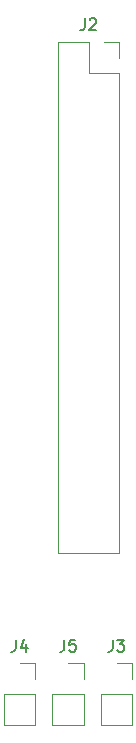
<source format=gbr>
%TF.GenerationSoftware,KiCad,Pcbnew,(5.1.9)-1*%
%TF.CreationDate,2021-05-11T19:40:18+08:00*%
%TF.ProjectId,TFTConv,54465443-6f6e-4762-9e6b-696361645f70,rev?*%
%TF.SameCoordinates,Original*%
%TF.FileFunction,Legend,Top*%
%TF.FilePolarity,Positive*%
%FSLAX46Y46*%
G04 Gerber Fmt 4.6, Leading zero omitted, Abs format (unit mm)*
G04 Created by KiCad (PCBNEW (5.1.9)-1) date 2021-05-11 19:40:18*
%MOMM*%
%LPD*%
G01*
G04 APERTURE LIST*
%ADD10C,0.120000*%
%ADD11C,0.150000*%
G04 APERTURE END LIST*
D10*
%TO.C,J5*%
X174370000Y-132970000D02*
X177030000Y-132970000D01*
X174370000Y-132970000D02*
X174370000Y-135570000D01*
X174370000Y-135570000D02*
X177030000Y-135570000D01*
X177030000Y-132970000D02*
X177030000Y-135570000D01*
X177030000Y-130370000D02*
X177030000Y-131700000D01*
X175700000Y-130370000D02*
X177030000Y-130370000D01*
%TO.C,J4*%
X170270000Y-132970000D02*
X172930000Y-132970000D01*
X170270000Y-132970000D02*
X170270000Y-135570000D01*
X170270000Y-135570000D02*
X172930000Y-135570000D01*
X172930000Y-132970000D02*
X172930000Y-135570000D01*
X172930000Y-130370000D02*
X172930000Y-131700000D01*
X171600000Y-130370000D02*
X172930000Y-130370000D01*
%TO.C,J3*%
X178470000Y-132970000D02*
X181130000Y-132970000D01*
X178470000Y-132970000D02*
X178470000Y-135570000D01*
X178470000Y-135570000D02*
X181130000Y-135570000D01*
X181130000Y-132970000D02*
X181130000Y-135570000D01*
X181130000Y-130370000D02*
X181130000Y-131700000D01*
X179800000Y-130370000D02*
X181130000Y-130370000D01*
%TO.C,J2*%
X174830000Y-77770000D02*
X177430000Y-77770000D01*
X174830000Y-77770000D02*
X174830000Y-121070000D01*
X174830000Y-121070000D02*
X180030000Y-121070000D01*
X180030000Y-80370000D02*
X180030000Y-121070000D01*
X177430000Y-80370000D02*
X180030000Y-80370000D01*
X177430000Y-77770000D02*
X177430000Y-80370000D01*
X180030000Y-77770000D02*
X180030000Y-79100000D01*
X178700000Y-77770000D02*
X180030000Y-77770000D01*
%TO.C,J5*%
D11*
X175366666Y-128382380D02*
X175366666Y-129096666D01*
X175319047Y-129239523D01*
X175223809Y-129334761D01*
X175080952Y-129382380D01*
X174985714Y-129382380D01*
X176319047Y-128382380D02*
X175842857Y-128382380D01*
X175795238Y-128858571D01*
X175842857Y-128810952D01*
X175938095Y-128763333D01*
X176176190Y-128763333D01*
X176271428Y-128810952D01*
X176319047Y-128858571D01*
X176366666Y-128953809D01*
X176366666Y-129191904D01*
X176319047Y-129287142D01*
X176271428Y-129334761D01*
X176176190Y-129382380D01*
X175938095Y-129382380D01*
X175842857Y-129334761D01*
X175795238Y-129287142D01*
%TO.C,J4*%
X171266666Y-128382380D02*
X171266666Y-129096666D01*
X171219047Y-129239523D01*
X171123809Y-129334761D01*
X170980952Y-129382380D01*
X170885714Y-129382380D01*
X172171428Y-128715714D02*
X172171428Y-129382380D01*
X171933333Y-128334761D02*
X171695238Y-129049047D01*
X172314285Y-129049047D01*
%TO.C,J3*%
X179466666Y-128382380D02*
X179466666Y-129096666D01*
X179419047Y-129239523D01*
X179323809Y-129334761D01*
X179180952Y-129382380D01*
X179085714Y-129382380D01*
X179847619Y-128382380D02*
X180466666Y-128382380D01*
X180133333Y-128763333D01*
X180276190Y-128763333D01*
X180371428Y-128810952D01*
X180419047Y-128858571D01*
X180466666Y-128953809D01*
X180466666Y-129191904D01*
X180419047Y-129287142D01*
X180371428Y-129334761D01*
X180276190Y-129382380D01*
X179990476Y-129382380D01*
X179895238Y-129334761D01*
X179847619Y-129287142D01*
%TO.C,J2*%
X177096666Y-75782380D02*
X177096666Y-76496666D01*
X177049047Y-76639523D01*
X176953809Y-76734761D01*
X176810952Y-76782380D01*
X176715714Y-76782380D01*
X177525238Y-75877619D02*
X177572857Y-75830000D01*
X177668095Y-75782380D01*
X177906190Y-75782380D01*
X178001428Y-75830000D01*
X178049047Y-75877619D01*
X178096666Y-75972857D01*
X178096666Y-76068095D01*
X178049047Y-76210952D01*
X177477619Y-76782380D01*
X178096666Y-76782380D01*
%TD*%
M02*

</source>
